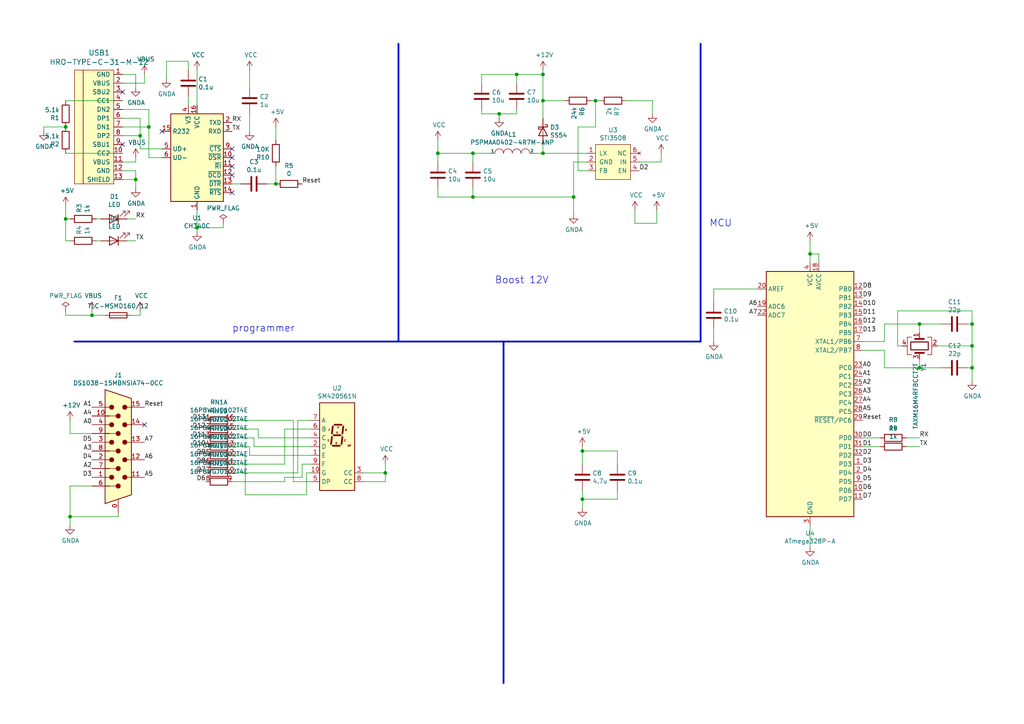
<source format=kicad_sch>
(kicad_sch (version 20230121) (generator eeschema)
  (paper "A4")
  (lib_symbols
    (symbol "0805:C" (pin_numbers hide) (pin_names (offset 0.254))
      (property "Reference" "C" (at 0.635 2.54 0))
      (property "Value" "C" (at 0.635 -2.54 0))
      (symbol "C_0_1"
        (polyline (pts (xy -2.032 -0.762) (xy 2.032 -0.762)) (stroke (width 0.508)))
        (polyline (pts (xy -2.032 0.762) (xy 2.032 0.762)) (stroke (width 0.508)))
      )
      (symbol "C_1_1"
        (pin passive line (at 0 3.81 270) (length 2.794) (name "~") (number "1"))
        (pin passive line (at 0 -3.81 90) (length 2.794) (name "~") (number "2"))
      )
    )
    (symbol "0805:LED" (pin_numbers hide) (pin_names (offset 1.016) hide)
      (property "Reference" "D" (at 0 2.54 0))
      (property "Value" "LED" (at 0 -2.54 0))
      (symbol "LED_0_1"
        (polyline (pts (xy -1.27 -1.27) (xy -1.27 1.27)) (stroke (width 0.254)))
        (polyline (pts (xy -1.27 0) (xy 1.27 0)))
        (polyline (pts (xy 1.27 -1.27) (xy 1.27 1.27) (xy -1.27 0) (xy 1.27 -1.27)) (stroke (width 0.254)))
        (polyline (pts (xy -3.048 -0.762) (xy -4.572 -2.286) (xy -3.81 -2.286) (xy -4.572 -2.286) (xy -4.572 -1.524)))
        (polyline (pts (xy -1.778 -0.762) (xy -3.302 -2.286) (xy -2.54 -2.286) (xy -3.302 -2.286) (xy -3.302 -1.524)))
      )
      (symbol "LED_1_1"
        (pin passive line (at -3.81 0 0) (length 2.54) (name "K") (number "1"))
        (pin passive line (at 3.81 0 180) (length 2.54) (name "A") (number "2"))
      )
    )
    (symbol "0805:R" (pin_numbers hide) (pin_names (offset 0))
      (property "Reference" "R" (at 2.032 0 90))
      (property "Value" "R" (at 0 0 90))
      (symbol "R_0_1"
        (rectangle (start -1.016 -2.54) (end 1.016 2.54) (stroke (width 0.254)))
      )
      (symbol "R_1_1"
        (pin passive line (at 0 3.81 270) (length 1.27) (name "~") (number "1"))
        (pin passive line (at 0 -3.81 90) (length 1.27) (name "~") (number "2"))
      )
    )
    (symbol "1_resouce:STI3508" (pin_names (offset 1.016))
      (property "Reference" "U" (at 0 -7.62 0))
      (property "Value" "STI3508" (at 0 7.62 0))
      (symbol "STI3508_0_1"
        (rectangle (start -5.08 -5.08) (end 5.08 5.08) (fill (type background)))
      )
      (symbol "STI3508_1_1"
        (pin power_out line (at -7.62 2.54 0) (length 2.54) (name "LX") (number "1"))
        (pin power_out line (at -7.62 0 0) (length 2.54) (name "GND") (number "2"))
        (pin input line (at -7.62 -2.54 0) (length 2.54) (name "FB") (number "3"))
        (pin input line (at 7.62 -2.54 180) (length 2.54) (name "EN") (number "4"))
        (pin power_in line (at 7.62 0 180) (length 2.54) (name "IN") (number "5"))
        (pin no_connect line (at 7.62 2.54 180) (length 2.54) (name "NC") (number "6"))
      )
    )
    (symbol "DB15_Switch-rescue:ATmega328P-A-MCU_Microchip_ATmega-final-project-rescue"
      (property "Reference" "U" (at -12.7 36.83 0))
      (property "Value" "ATmega328P-A-MCU_Microchip_ATmega-final-project-rescue" (at 2.54 -36.83 0))
      (symbol "ATmega328P-A-MCU_Microchip_ATmega-final-project-rescue_0_1"
        (rectangle (start -12.7 -35.56) (end 12.7 35.56) (stroke (width 0.254)) (fill (type background)))
      )
      (symbol "ATmega328P-A-MCU_Microchip_ATmega-final-project-rescue_1_1"
        (pin bidirectional line (at 15.24 -20.32 180) (length 2.54) (name "PD3") (number "1"))
        (pin bidirectional line (at 15.24 -27.94 180) (length 2.54) (name "PD6") (number "10"))
        (pin bidirectional line (at 15.24 -30.48 180) (length 2.54) (name "PD7") (number "11"))
        (pin bidirectional line (at 15.24 30.48 180) (length 2.54) (name "PB0") (number "12"))
        (pin bidirectional line (at 15.24 27.94 180) (length 2.54) (name "PB1") (number "13"))
        (pin bidirectional line (at 15.24 25.4 180) (length 2.54) (name "PB2") (number "14"))
        (pin bidirectional line (at 15.24 22.86 180) (length 2.54) (name "PB3") (number "15"))
        (pin bidirectional line (at 15.24 20.32 180) (length 2.54) (name "PB4") (number "16"))
        (pin bidirectional line (at 15.24 17.78 180) (length 2.54) (name "PB5") (number "17"))
        (pin power_in line (at 2.54 38.1 270) (length 2.54) (name "AVCC") (number "18"))
        (pin input line (at -15.24 25.4 0) (length 2.54) (name "ADC6") (number "19"))
        (pin bidirectional line (at 15.24 -22.86 180) (length 2.54) (name "PD4") (number "2"))
        (pin passive line (at -15.24 30.48 0) (length 2.54) (name "AREF") (number "20"))
        (pin passive line (at 0 -38.1 90) (length 2.54) hide (name "GND") (number "21"))
        (pin input line (at -15.24 22.86 0) (length 2.54) (name "ADC7") (number "22"))
        (pin bidirectional line (at 15.24 7.62 180) (length 2.54) (name "PC0") (number "23"))
        (pin bidirectional line (at 15.24 5.08 180) (length 2.54) (name "PC1") (number "24"))
        (pin bidirectional line (at 15.24 2.54 180) (length 2.54) (name "PC2") (number "25"))
        (pin bidirectional line (at 15.24 0 180) (length 2.54) (name "PC3") (number "26"))
        (pin bidirectional line (at 15.24 -2.54 180) (length 2.54) (name "PC4") (number "27"))
        (pin bidirectional line (at 15.24 -5.08 180) (length 2.54) (name "PC5") (number "28"))
        (pin bidirectional line (at 15.24 -7.62 180) (length 2.54) (name "~{RESET}/PC6") (number "29"))
        (pin power_in line (at 0 -38.1 90) (length 2.54) (name "GND") (number "3"))
        (pin bidirectional line (at 15.24 -12.7 180) (length 2.54) (name "PD0") (number "30"))
        (pin bidirectional line (at 15.24 -15.24 180) (length 2.54) (name "PD1") (number "31"))
        (pin bidirectional line (at 15.24 -17.78 180) (length 2.54) (name "PD2") (number "32"))
        (pin power_in line (at 0 38.1 270) (length 2.54) (name "VCC") (number "4"))
        (pin passive line (at 0 -38.1 90) (length 2.54) hide (name "GND") (number "5"))
        (pin passive line (at 0 38.1 270) (length 2.54) hide (name "VCC") (number "6"))
        (pin bidirectional line (at 15.24 15.24 180) (length 2.54) (name "XTAL1/PB6") (number "7"))
        (pin bidirectional line (at 15.24 12.7 180) (length 2.54) (name "XTAL2/PB7") (number "8"))
        (pin bidirectional line (at 15.24 -25.4 180) (length 2.54) (name "PD5") (number "9"))
      )
    )
    (symbol "DB15_Switch-rescue:Crystal_GND24-Resource" (pin_names (offset 1.016) hide)
      (property "Reference" "Y" (at 3.175 5.08 0))
      (property "Value" "Crystal_GND24-Resource" (at 3.175 3.175 0))
      (symbol "Crystal_GND24-Resource_0_1"
        (rectangle (start -1.143 2.54) (end 1.143 -2.54) (stroke (width 0.3048)))
        (polyline (pts (xy -2.54 0) (xy -2.032 0)))
        (polyline (pts (xy -2.032 -1.27) (xy -2.032 1.27)) (stroke (width 0.508)))
        (polyline (pts (xy 0 -3.81) (xy 0 -3.556)))
        (polyline (pts (xy 0 3.556) (xy 0 3.81)))
        (polyline (pts (xy 2.032 -1.27) (xy 2.032 1.27)) (stroke (width 0.508)))
        (polyline (pts (xy 2.032 0) (xy 2.54 0)))
        (polyline (pts (xy -2.54 -2.286) (xy -2.54 -3.556) (xy 2.54 -3.556) (xy 2.54 -2.286)))
        (polyline (pts (xy -2.54 2.286) (xy -2.54 3.556) (xy 2.54 3.556) (xy 2.54 2.286)))
      )
      (symbol "Crystal_GND24-Resource_1_1"
        (pin passive line (at -3.81 0 0) (length 1.27) (name "1") (number "1"))
        (pin passive line (at 0 5.08 270) (length 1.27) (name "2") (number "2"))
        (pin passive line (at 3.81 0 180) (length 1.27) (name "3") (number "3"))
        (pin passive line (at 0 -5.08 90) (length 1.27) (name "4") (number "4"))
      )
    )
    (symbol "DB15_Switch-rescue:DB15_Male_HighDensity_MountingHoles-Connector" (pin_names (offset 1.016) hide)
      (property "Reference" "J" (at 0 21.59 0))
      (property "Value" "Connector_DB15_Male_HighDensity_MountingHoles" (at 0 19.05 0))
      (symbol "DB15_Male_HighDensity_MountingHoles-Connector_0_1"
        (circle (center -1.905 -7.62) (radius 0.635) (fill (type outline)))
        (circle (center -1.905 -2.54) (radius 0.635) (fill (type outline)))
        (circle (center -1.905 2.54) (radius 0.635) (fill (type outline)))
        (circle (center -1.905 7.62) (radius 0.635) (fill (type outline)))
        (circle (center -1.905 12.7) (radius 0.635) (fill (type outline)))
        (circle (center 0 -10.16) (radius 0.635) (fill (type outline)))
        (circle (center 0 -5.08) (radius 0.635) (fill (type outline)))
        (polyline (pts (xy -3.175 -5.08) (xy -0.635 -5.08)))
        (polyline (pts (xy -0.635 -10.16) (xy -3.175 -10.16)))
        (polyline (pts (xy -0.635 0) (xy -3.175 0)))
        (polyline (pts (xy -0.635 5.08) (xy -3.175 5.08)))
        (polyline (pts (xy -0.635 10.16) (xy -3.175 10.16)))
        (polyline (pts (xy -3.81 17.78) (xy -3.81 -15.24) (xy 3.81 -12.7) (xy 3.81 15.24) (xy -3.81 17.78)) (stroke (width 0.254)) (fill (type background)))
        (circle (center 0 0) (radius 0.635) (fill (type outline)))
        (circle (center 0 5.08) (radius 0.635) (fill (type outline)))
        (circle (center 0 10.16) (radius 0.635) (fill (type outline)))
        (circle (center 1.905 -7.62) (radius 0.635) (fill (type outline)))
        (circle (center 1.905 -2.54) (radius 0.635) (fill (type outline)))
        (circle (center 1.905 2.54) (radius 0.635) (fill (type outline)))
        (circle (center 1.905 7.62) (radius 0.635) (fill (type outline)))
        (circle (center 1.905 12.7) (radius 0.635) (fill (type outline)))
      )
      (symbol "DB15_Male_HighDensity_MountingHoles-Connector_1_1"
        (pin passive line (at 0 -17.78 90) (length 3.81) (name "~") (number "0"))
        (pin passive line (at -7.62 -7.62 0) (length 5.08) (name "~") (number "1"))
        (pin passive line (at -7.62 10.16 0) (length 5.08) (name "~") (number "10"))
        (pin passive line (at 7.62 -7.62 180) (length 5.08) (name "~") (number "11"))
        (pin passive line (at 7.62 -2.54 180) (length 5.08) (name "~") (number "12"))
        (pin passive line (at 7.62 2.54 180) (length 5.08) (name "~") (number "13"))
        (pin passive line (at 7.62 7.62 180) (length 5.08) (name "~") (number "14"))
        (pin passive line (at 7.62 12.7 180) (length 5.08) (name "~") (number "15"))
        (pin passive line (at -7.62 -2.54 0) (length 5.08) (name "~") (number "2"))
        (pin passive line (at -7.62 2.54 0) (length 5.08) (name "~") (number "3"))
        (pin passive line (at -7.62 7.62 0) (length 5.08) (name "~") (number "4"))
        (pin passive line (at -7.62 12.7 0) (length 5.08) (name "~") (number "5"))
        (pin passive line (at -7.62 -10.16 0) (length 5.08) (name "~") (number "6"))
        (pin passive line (at -7.62 -5.08 0) (length 5.08) (name "~") (number "7"))
        (pin passive line (at -7.62 0 0) (length 5.08) (name "~") (number "8"))
        (pin passive line (at -7.62 5.08 0) (length 5.08) (name "~") (number "9"))
      )
    )
    (symbol "DB15_Switch-rescue:HRO-TYPE-C-31-M-12-Type-C" (pin_names (offset 1.016))
      (property "Reference" "USB" (at -5.08 16.51 0))
      (property "Value" "Type-C_HRO-TYPE-C-31-M-12" (at -10.16 -1.27 90))
      (symbol "HRO-TYPE-C-31-M-12-Type-C_0_1"
        (rectangle (start -11.43 15.24) (end -8.89 -17.78) (fill (type background)))
        (rectangle (start 0 -17.78) (end -8.89 15.24) (fill (type background)))
      )
      (symbol "HRO-TYPE-C-31-M-12-Type-C_1_1"
        (pin input line (at 2.54 13.97 180) (length 2.54) (name "GND") (number "1"))
        (pin input line (at 2.54 -8.89 180) (length 2.54) (name "CC2") (number "10"))
        (pin input line (at 2.54 -11.43 180) (length 2.54) (name "VBUS") (number "11"))
        (pin input line (at 2.54 -13.97 180) (length 2.54) (name "GND") (number "12"))
        (pin input line (at 2.54 -16.51 180) (length 2.54) (name "SHIELD") (number "13"))
        (pin input line (at 2.54 11.43 180) (length 2.54) (name "VBUS") (number "2"))
        (pin input line (at 2.54 8.89 180) (length 2.54) (name "SBU2") (number "3"))
        (pin input line (at 2.54 6.35 180) (length 2.54) (name "CC1") (number "4"))
        (pin input line (at 2.54 3.81 180) (length 2.54) (name "DN2") (number "5"))
        (pin input line (at 2.54 1.27 180) (length 2.54) (name "DP1") (number "6"))
        (pin input line (at 2.54 -1.27 180) (length 2.54) (name "DN1") (number "7"))
        (pin input line (at 2.54 -3.81 180) (length 2.54) (name "DP2") (number "8"))
        (pin input line (at 2.54 -6.35 180) (length 2.54) (name "SBU1") (number "9"))
      )
    )
    (symbol "DB15_Switch-rescue:INDUCTOR-pspice" (pin_numbers hide) (pin_names (offset 0))
      (property "Reference" "L" (at 0 2.54 0))
      (property "Value" "pspice_INDUCTOR" (at 0 -1.27 0))
      (symbol "INDUCTOR-pspice_0_1"
        (arc (start -2.54 0) (mid -3.81 1.2645) (end -5.08 0))
        (arc (start 0 0) (mid -1.27 1.2645) (end -2.54 0))
        (arc (start 2.54 0) (mid 1.27 1.2645) (end 0 0))
        (arc (start 5.08 0) (mid 3.81 1.2645) (end 2.54 0))
      )
      (symbol "INDUCTOR-pspice_1_1"
        (pin input line (at -6.35 0 0) (length 1.27) (name "1") (number "1"))
        (pin input line (at 6.35 0 180) (length 1.27) (name "2") (number "2"))
      )
    )
    (symbol "Device:D_Schottky" (pin_numbers hide) (pin_names (offset 1.016) hide)
      (property "Reference" "D" (at 0 2.54 0))
      (property "Value" "D_Schottky" (at 0 -2.54 0))
      (symbol "D_Schottky_0_1"
        (polyline (pts (xy 1.27 0) (xy -1.27 0)))
        (polyline (pts (xy 1.27 1.27) (xy 1.27 -1.27) (xy -1.27 0) (xy 1.27 1.27)) (stroke (width 0.254)))
        (polyline (pts (xy -1.905 0.635) (xy -1.905 1.27) (xy -1.27 1.27) (xy -1.27 -1.27) (xy -0.635 -1.27) (xy -0.635 -0.635)) (stroke (width 0.254)))
      )
      (symbol "D_Schottky_1_1"
        (pin passive line (at -3.81 0 0) (length 2.54) (name "K") (number "1"))
        (pin passive line (at 3.81 0 180) (length 2.54) (name "A") (number "2"))
      )
    )
    (symbol "Device:Fuse" (pin_numbers hide) (pin_names (offset 0))
      (property "Reference" "F" (at 2.032 0 90))
      (property "Value" "Fuse" (at -1.905 0 90))
      (symbol "Fuse_0_1"
        (rectangle (start -0.762 -2.54) (end 0.762 2.54) (stroke (width 0.254)))
        (polyline (pts (xy 0 2.54) (xy 0 -2.54)))
      )
      (symbol "Fuse_1_1"
        (pin passive line (at 0 3.81 270) (length 1.27) (name "~") (number "1"))
        (pin passive line (at 0 -3.81 90) (length 1.27) (name "~") (number "2"))
      )
    )
    (symbol "Device:R" (pin_numbers hide) (pin_names (offset 0))
      (property "Reference" "R" (at 2.032 0 90))
      (property "Value" "R" (at 0 0 90))
      (symbol "R_0_1"
        (rectangle (start -1.016 -2.54) (end 1.016 2.54) (stroke (width 0.254)))
      )
      (symbol "R_1_1"
        (pin passive line (at 0 3.81 270) (length 1.27) (name "~") (number "1"))
        (pin passive line (at 0 -3.81 90) (length 1.27) (name "~") (number "2"))
      )
    )
    (symbol "Device:R_Pack08_Split" (pin_names (offset 0) hide)
      (property "Reference" "RN" (at 2.032 0 90))
      (property "Value" "R_Pack08_Split" (at 0 0 90))
      (symbol "R_Pack08_Split_0_1"
        (rectangle (start 1.016 2.54) (end -1.016 -2.54) (stroke (width 0.254)))
      )
      (symbol "R_Pack08_Split_1_1"
        (pin passive line (at 0 -3.81 90) (length 1.27) (name "R1.1") (number "1"))
        (pin passive line (at 0 3.81 270) (length 1.27) (name "R1.2") (number "16"))
      )
      (symbol "R_Pack08_Split_2_1"
        (pin passive line (at 0 3.81 270) (length 1.27) (name "R2.2") (number "15"))
        (pin passive line (at 0 -3.81 90) (length 1.27) (name "R2.1") (number "2"))
      )
      (symbol "R_Pack08_Split_3_1"
        (pin passive line (at 0 3.81 270) (length 1.27) (name "R3.2") (number "14"))
        (pin passive line (at 0 -3.81 90) (length 1.27) (name "R3.1") (number "3"))
      )
      (symbol "R_Pack08_Split_4_1"
        (pin passive line (at 0 3.81 270) (length 1.27) (name "R4.2") (number "13"))
        (pin passive line (at 0 -3.81 90) (length 1.27) (name "R4.1") (number "4"))
      )
      (symbol "R_Pack08_Split_5_1"
        (pin passive line (at 0 3.81 270) (length 1.27) (name "R5.2") (number "12"))
        (pin passive line (at 0 -3.81 90) (length 1.27) (name "R5.1") (number "5"))
      )
      (symbol "R_Pack08_Split_6_1"
        (pin passive line (at 0 3.81 270) (length 1.27) (name "R6.2") (number "11"))
        (pin passive line (at 0 -3.81 90) (length 1.27) (name "R6.1") (number "6"))
      )
      (symbol "R_Pack08_Split_7_1"
        (pin passive line (at 0 3.81 270) (length 1.27) (name "R7.2") (number "10"))
        (pin passive line (at 0 -3.81 90) (length 1.27) (name "R7.1") (number "7"))
      )
      (symbol "R_Pack08_Split_8_1"
        (pin passive line (at 0 -3.81 90) (length 1.27) (name "R8.1") (number "8"))
        (pin passive line (at 0 3.81 270) (length 1.27) (name "R8.2") (number "9"))
      )
    )
    (symbol "Display_Character:SM420561N"
      (property "Reference" "U" (at -2.54 13.97 0))
      (property "Value" "SM420561N" (at 1.27 13.97 0))
      (symbol "SM420561N_0_0"
        (text "A" (at 0.254 5.588 0) (effects (font (size 0.508 0.508))))
        (text "B" (at 2.54 4.826 0) (effects (font (size 0.508 0.508))))
        (text "C" (at 2.286 1.778 0) (effects (font (size 0.508 0.508))))
        (text "D" (at -0.254 1.016 0) (effects (font (size 0.508 0.508))))
        (text "DP" (at 3.556 0.254 0) (effects (font (size 0.508 0.508))))
        (text "E" (at -2.54 1.778 0) (effects (font (size 0.508 0.508))))
        (text "F" (at -2.286 4.826 0) (effects (font (size 0.508 0.508))))
        (text "G" (at 0 4.064 0) (effects (font (size 0.508 0.508))))
      )
      (symbol "SM420561N_0_1"
        (rectangle (start -5.08 12.7) (end 5.08 -12.7) (stroke (width 0.254)) (fill (type background)))
        (polyline (pts (xy -1.524 2.794) (xy -1.778 0.762)) (stroke (width 0.508)))
        (polyline (pts (xy -1.27 0.254) (xy 0.762 0.254)) (stroke (width 0.508)))
        (polyline (pts (xy -1.27 5.842) (xy -1.524 3.81)) (stroke (width 0.508)))
        (polyline (pts (xy -1.016 3.302) (xy 1.016 3.302)) (stroke (width 0.508)))
        (polyline (pts (xy -0.762 6.35) (xy 1.27 6.35)) (stroke (width 0.508)))
        (polyline (pts (xy 1.524 2.794) (xy 1.27 0.762)) (stroke (width 0.508)))
        (polyline (pts (xy 1.778 5.842) (xy 1.524 3.81)) (stroke (width 0.508)))
        (polyline (pts (xy 2.54 0.254) (xy 2.54 0.254)) (stroke (width 0.508)))
      )
      (symbol "SM420561N_1_1"
        (pin input line (at -7.62 -2.54 0) (length 2.54) (name "E") (number "1"))
        (pin input line (at -7.62 -7.62 0) (length 2.54) (name "G") (number "10"))
        (pin input line (at -7.62 0 0) (length 2.54) (name "D") (number "2"))
        (pin input line (at 7.62 -7.62 180) (length 2.54) (name "CC") (number "3"))
        (pin input line (at -7.62 2.54 0) (length 2.54) (name "C") (number "4"))
        (pin input line (at -7.62 -10.16 0) (length 2.54) (name "DP") (number "5"))
        (pin input line (at -7.62 5.08 0) (length 2.54) (name "B") (number "6"))
        (pin input line (at -7.62 7.62 0) (length 2.54) (name "A") (number "7"))
        (pin input line (at 7.62 -10.16 180) (length 2.54) (name "CC") (number "8"))
        (pin input line (at -7.62 -5.08 0) (length 2.54) (name "F") (number "9"))
      )
    )
    (symbol "Interface_USB:CH340C"
      (property "Reference" "U" (at -5.08 13.97 0))
      (property "Value" "CH340C" (at 1.27 13.97 0))
      (symbol "CH340C_0_1"
        (rectangle (start -7.62 12.7) (end 7.62 -12.7) (stroke (width 0.254)) (fill (type background)))
      )
      (symbol "CH340C_1_1"
        (pin power_in line (at 0 -15.24 90) (length 2.54) (name "GND") (number "1"))
        (pin input line (at 10.16 0 180) (length 2.54) (name "~{DSR}") (number "10"))
        (pin input line (at 10.16 -2.54 180) (length 2.54) (name "~{RI}") (number "11"))
        (pin input line (at 10.16 -5.08 180) (length 2.54) (name "~{DCD}") (number "12"))
        (pin output line (at 10.16 -7.62 180) (length 2.54) (name "~{DTR}") (number "13"))
        (pin output line (at 10.16 -10.16 180) (length 2.54) (name "~{RTS}") (number "14"))
        (pin input line (at -10.16 7.62 0) (length 2.54) (name "R232") (number "15"))
        (pin power_in line (at 0 15.24 270) (length 2.54) (name "VCC") (number "16"))
        (pin output line (at 10.16 10.16 180) (length 2.54) (name "TXD") (number "2"))
        (pin input line (at 10.16 7.62 180) (length 2.54) (name "RXD") (number "3"))
        (pin passive line (at -2.54 15.24 270) (length 2.54) (name "V3") (number "4"))
        (pin bidirectional line (at -10.16 2.54 0) (length 2.54) (name "UD+") (number "5"))
        (pin bidirectional line (at -10.16 0 0) (length 2.54) (name "UD-") (number "6"))
        (pin no_connect line (at -7.62 -7.62 0) (length 2.54) hide (name "NC") (number "7"))
        (pin no_connect line (at -7.62 -10.16 0) (length 2.54) hide (name "NC") (number "8"))
        (pin input line (at 10.16 2.54 180) (length 2.54) (name "~{CTS}") (number "9"))
      )
    )
    (symbol "power:+12V" (power) (pin_names (offset 0))
      (property "Value" "+12V" (at 0 3.556 0))
      (symbol "+12V_0_1"
        (polyline (pts (xy -0.762 1.27) (xy 0 2.54)))
        (polyline (pts (xy 0 0) (xy 0 2.54)))
        (polyline (pts (xy 0 2.54) (xy 0.762 1.27)))
      )
      (symbol "+12V_1_1"
        (pin power_in line (at 0 0 90) (length 0) hide (name "+12V") (number "1"))
      )
    )
    (symbol "power:+5V" (power) (pin_names (offset 0))
      (property "Value" "+5V" (at 0 3.556 0))
      (symbol "+5V_0_1"
        (polyline (pts (xy -0.762 1.27) (xy 0 2.54)))
        (polyline (pts (xy 0 0) (xy 0 2.54)))
        (polyline (pts (xy 0 2.54) (xy 0.762 1.27)))
      )
      (symbol "+5V_1_1"
        (pin power_in line (at 0 0 90) (length 0) hide (name "+5V") (number "1"))
      )
    )
    (symbol "power:GNDA" (power) (pin_names (offset 0))
      (property "Value" "GNDA" (at 0 -3.81 0))
      (symbol "GNDA_0_1"
        (polyline (pts (xy 0 0) (xy 0 -1.27) (xy 1.27 -1.27) (xy 0 -2.54) (xy -1.27 -1.27) (xy 0 -1.27)))
      )
      (symbol "GNDA_1_1"
        (pin power_in line (at 0 0 270) (length 0) hide (name "GNDA") (number "1"))
      )
    )
    (symbol "power:PWR_FLAG" (power) (pin_numbers hide) (pin_names (offset 0) hide)
      (property "Value" "PWR_FLAG" (at 0 3.81 0))
      (symbol "PWR_FLAG_0_0"
        (pin power_out line (at 0 0 90) (length 0) (name "pwr") (number "1"))
      )
      (symbol "PWR_FLAG_0_1"
        (polyline (pts (xy 0 0) (xy 0 1.27) (xy -1.016 1.905) (xy 0 2.54) (xy 1.016 1.905) (xy 0 1.27)))
      )
    )
    (symbol "power:VBUS" (power) (pin_names (offset 0))
      (property "Value" "VBUS" (at 0 3.81 0))
      (symbol "VBUS_0_1"
        (polyline (pts (xy -0.762 1.27) (xy 0 2.54)))
        (polyline (pts (xy 0 0) (xy 0 2.54)))
        (polyline (pts (xy 0 2.54) (xy 0.762 1.27)))
      )
      (symbol "VBUS_1_1"
        (pin power_in line (at 0 0 90) (length 0) hide (name "VBUS") (number "1"))
      )
    )
    (symbol "power:VCC" (power) (pin_names (offset 0))
      (property "Value" "VCC" (at 0 3.81 0))
      (symbol "VCC_0_1"
        (polyline (pts (xy -0.762 1.27) (xy 0 2.54)))
        (polyline (pts (xy 0 0) (xy 0 2.54)))
        (polyline (pts (xy 0 2.54) (xy 0.762 1.27)))
      )
      (symbol "VCC_1_1"
        (pin power_in line (at 0 0 90) (length 0) hide (name "VCC") (number "1"))
      )
    )
  )
  (junction (at 80.01 53.34))
  (junction (at 19.05 36.83))
  (junction (at 168.91 144.78))
  (junction (at 281.94 106.68))
  (junction (at 281.94 100.33))
  (junction (at 39.37 52.07))
  (junction (at 127 44.45))
  (junction (at 234.95 73.66))
  (junction (at 281.94 93.98))
  (junction (at 157.48 29.21))
  (junction (at 19.05 63.5))
  (junction (at 111.76 137.16))
  (junction (at 172.72 29.21))
  (junction (at 43.18 36.83))
  (junction (at 266.7 106.68))
  (junction (at 137.16 57.15))
  (junction (at 168.91 130.81))
  (junction (at 144.78 33.02))
  (junction (at 40.64 39.37))
  (junction (at 26.67 91.44))
  (junction (at 266.7 93.98))
  (junction (at 57.15 66.04))
  (junction (at 157.48 21.59))
  (junction (at 166.37 57.15))
  (junction (at 157.48 44.45))
  (junction (at 137.16 44.45))
  (junction (at 20.32 149.86))
  (junction (at 149.86 21.59))
  (no_connect (at 67.31 55.88))
  (no_connect (at 35.56 26.67))
  (no_connect (at 46.99 38.1))
  (no_connect (at 67.31 50.8))
  (no_connect (at 67.31 45.72))
  (no_connect (at 67.31 48.26))
  (no_connect (at 67.31 43.18))
  (no_connect (at 41.91 123.19))
  (no_connect (at 35.56 41.91))
  (wire (pts (xy 41.91 24.13) (xy 35.56 24.13)))
  (wire (pts (xy 35.56 36.83) (xy 43.18 36.83)))
  (wire (pts (xy 149.86 21.59) (xy 139.7 21.59)))
  (wire (pts (xy 166.37 57.15) (xy 166.37 62.23)))
  (wire (pts (xy 111.76 139.7) (xy 105.41 139.7)))
  (wire (pts (xy 167.64 36.83) (xy 167.64 49.53)))
  (wire (pts (xy 139.7 31.75) (xy 139.7 33.02)))
  (wire (pts (xy 35.56 52.07) (xy 39.37 52.07)))
  (wire (pts (xy 234.95 73.66) (xy 234.95 76.2)))
  (wire (pts (xy 27.94 63.5) (xy 29.21 63.5)))
  (wire (pts (xy 90.17 139.7) (xy 85.09 139.7)))
  (wire (pts (xy 39.37 45.72) (xy 39.37 46.99)))
  (wire (pts (xy 73.66 129.54) (xy 90.17 129.54)))
  (wire (pts (xy 137.16 54.61) (xy 137.16 57.15)))
  (wire (pts (xy 127 54.61) (xy 127 57.15)))
  (wire (pts (xy 189.23 29.21) (xy 189.23 33.02)))
  (wire (pts (xy 168.91 142.24) (xy 168.91 144.78)))
  (wire (pts (xy 144.78 33.02) (xy 149.86 33.02)))
  (wire (pts (xy 20.32 149.86) (xy 20.32 140.97)))
  (wire (pts (xy 80.01 48.26) (xy 80.01 53.34)))
  (wire (pts (xy 207.01 87.63) (xy 207.01 83.82)))
  (wire (pts (xy 43.18 45.72) (xy 46.99 45.72)))
  (wire (pts (xy 127 40.64) (xy 127 44.45)))
  (wire (pts (xy 88.9 143.51) (xy 88.9 137.16)))
  (wire (pts (xy 168.91 130.81) (xy 179.07 130.81)))
  (wire (pts (xy 74.93 127) (xy 74.93 124.46)))
  (wire (pts (xy 127 44.45) (xy 137.16 44.45)))
  (wire (pts (xy 39.37 52.07) (xy 39.37 49.53)))
  (wire (pts (xy 40.64 39.37) (xy 40.64 34.29)))
  (wire (pts (xy 39.37 49.53) (xy 35.56 49.53)))
  (wire (pts (xy 82.55 139.7) (xy 82.55 138.43)))
  (wire (pts (xy 82.55 138.43) (xy 87.63 138.43)))
  (wire (pts (xy 85.09 121.92) (xy 67.31 121.92)))
  (wire (pts (xy 54.61 17.78) (xy 54.61 20.32)))
  (wire (pts (xy 157.48 41.91) (xy 157.48 44.45)))
  (wire (pts (xy 179.07 130.81) (xy 179.07 134.62)))
  (wire (pts (xy 19.05 63.5) (xy 19.05 59.69)))
  (wire (pts (xy 90.17 132.08) (xy 72.39 132.08)))
  (wire (pts (xy 139.7 21.59) (xy 139.7 24.13)))
  (wire (pts (xy 191.77 44.45) (xy 191.77 46.99)))
  (wire (pts (xy 64.77 66.04) (xy 57.15 66.04)))
  (wire (pts (xy 67.31 134.62) (xy 82.55 134.62)))
  (wire (pts (xy 105.41 137.16) (xy 111.76 137.16)))
  (wire (pts (xy 82.55 134.62) (xy 82.55 124.46)))
  (wire (pts (xy 72.39 20.32) (xy 72.39 25.4)))
  (wire (pts (xy 256.54 99.06) (xy 256.54 93.98)))
  (wire (pts (xy 168.91 130.81) (xy 168.91 134.62)))
  (wire (pts (xy 127 57.15) (xy 137.16 57.15)))
  (wire (pts (xy 266.7 93.98) (xy 273.05 93.98)))
  (wire (pts (xy 234.95 69.85) (xy 234.95 73.66)))
  (wire (pts (xy 86.36 137.16) (xy 86.36 121.92)))
  (wire (pts (xy 39.37 25.4) (xy 39.37 21.59)))
  (wire (pts (xy 281.94 100.33) (xy 281.94 106.68)))
  (wire (pts (xy 74.93 124.46) (xy 67.31 124.46)))
  (wire (pts (xy 26.67 91.44) (xy 30.48 91.44)))
  (wire (pts (xy 137.16 46.99) (xy 137.16 44.45)))
  (wire (pts (xy 86.36 121.92) (xy 90.17 121.92)))
  (wire (pts (xy 172.72 29.21) (xy 173.99 29.21)))
  (wire (pts (xy 260.35 100.33) (xy 260.35 90.17)))
  (wire (pts (xy 281.94 90.17) (xy 281.94 93.98)))
  (wire (pts (xy 237.49 73.66) (xy 237.49 76.2)))
  (wire (pts (xy 256.54 101.6) (xy 250.19 101.6)))
  (wire (pts (xy 168.91 129.54) (xy 168.91 130.81)))
  (wire (pts (xy 48.26 17.78) (xy 54.61 17.78)))
  (wire (pts (xy 20.32 121.92) (xy 20.32 125.73)))
  (wire (pts (xy 256.54 106.68) (xy 266.7 106.68)))
  (wire (pts (xy 166.37 46.99) (xy 166.37 57.15)))
  (wire (pts (xy 40.64 90.17) (xy 40.64 91.44)))
  (wire (pts (xy 46.99 43.18) (xy 40.64 43.18)))
  (wire (pts (xy 40.64 43.18) (xy 40.64 39.37)))
  (wire (pts (xy 266.7 104.14) (xy 266.7 106.68)))
  (wire (pts (xy 260.35 90.17) (xy 281.94 90.17)))
  (wire (pts (xy 88.9 143.51) (xy 71.12 143.51)))
  (wire (pts (xy 262.89 129.54) (xy 266.7 129.54)))
  (wire (pts (xy 39.37 21.59) (xy 35.56 21.59)))
  (wire (pts (xy 157.48 21.59) (xy 157.48 29.21)))
  (wire (pts (xy 71.12 143.51) (xy 71.12 132.08)))
  (wire (pts (xy 181.61 29.21) (xy 189.23 29.21)))
  (wire (pts (xy 36.83 63.5) (xy 39.37 63.5)))
  (wire (pts (xy 234.95 73.66) (xy 237.49 73.66)))
  (wire (pts (xy 57.15 20.32) (xy 57.15 30.48)))
  (wire (pts (xy 12.7 38.1) (xy 12.7 36.83)))
  (wire (pts (xy 185.42 46.99) (xy 191.77 46.99)))
  (wire (pts (xy 157.48 29.21) (xy 157.48 34.29)))
  (wire (pts (xy 85.09 139.7) (xy 85.09 121.92)))
  (polyline (pts (xy 203.2 12.7) (xy 203.2 99.06)) (stroke (width 0.508)))
  (wire (pts (xy 87.63 134.62) (xy 90.17 134.62)))
  (wire (pts (xy 266.7 106.68) (xy 273.05 106.68)))
  (wire (pts (xy 39.37 46.99) (xy 35.56 46.99)))
  (wire (pts (xy 157.48 44.45) (xy 170.18 44.45)))
  (wire (pts (xy 69.85 53.34) (xy 67.31 53.34)))
  (wire (pts (xy 67.31 127) (xy 73.66 127)))
  (wire (pts (xy 137.16 57.15) (xy 166.37 57.15)))
  (wire (pts (xy 72.39 129.54) (xy 67.31 129.54)))
  (wire (pts (xy 80.01 36.83) (xy 80.01 40.64)))
  (wire (pts (xy 262.89 127) (xy 266.7 127)))
  (wire (pts (xy 170.18 46.99) (xy 166.37 46.99)))
  (wire (pts (xy 157.48 20.32) (xy 157.48 21.59)))
  (wire (pts (xy 168.91 144.78) (xy 168.91 147.32)))
  (wire (pts (xy 41.91 21.59) (xy 41.91 24.13)))
  (wire (pts (xy 281.94 106.68) (xy 281.94 110.49)))
  (wire (pts (xy 87.63 138.43) (xy 87.63 134.62)))
  (wire (pts (xy 57.15 60.96) (xy 57.15 66.04)))
  (wire (pts (xy 281.94 106.68) (xy 280.67 106.68)))
  (wire (pts (xy 72.39 132.08) (xy 72.39 129.54)))
  (wire (pts (xy 111.76 134.62) (xy 111.76 137.16)))
  (wire (pts (xy 179.07 144.78) (xy 179.07 142.24)))
  (polyline (pts (xy 115.57 12.7) (xy 115.57 99.06)) (stroke (width 0.508)))
  (wire (pts (xy 20.32 140.97) (xy 26.67 140.97)))
  (wire (pts (xy 157.48 21.59) (xy 149.86 21.59)))
  (wire (pts (xy 35.56 31.75) (xy 43.18 31.75)))
  (wire (pts (xy 111.76 137.16) (xy 111.76 139.7)))
  (wire (pts (xy 20.32 149.86) (xy 34.29 149.86)))
  (wire (pts (xy 168.91 144.78) (xy 179.07 144.78)))
  (wire (pts (xy 171.45 29.21) (xy 172.72 29.21)))
  (wire (pts (xy 35.56 39.37) (xy 40.64 39.37)))
  (polyline (pts (xy 21.59 99.06) (xy 203.2 99.06)) (stroke (width 0.508)))
  (wire (pts (xy 82.55 124.46) (xy 90.17 124.46)))
  (wire (pts (xy 260.35 100.33) (xy 261.62 100.33)))
  (wire (pts (xy 207.01 99.06) (xy 207.01 95.25)))
  (wire (pts (xy 77.47 53.34) (xy 80.01 53.34)))
  (wire (pts (xy 137.16 44.45) (xy 142.24 44.45)))
  (wire (pts (xy 20.32 125.73) (xy 26.67 125.73)))
  (wire (pts (xy 36.83 69.85) (xy 39.37 69.85)))
  (wire (pts (xy 20.32 152.4) (xy 20.32 149.86)))
  (wire (pts (xy 280.67 93.98) (xy 281.94 93.98)))
  (wire (pts (xy 256.54 106.68) (xy 256.54 101.6)))
  (wire (pts (xy 88.9 137.16) (xy 90.17 137.16)))
  (wire (pts (xy 184.15 60.96) (xy 184.15 64.77)))
  (wire (pts (xy 149.86 33.02) (xy 149.86 31.75)))
  (wire (pts (xy 67.31 139.7) (xy 82.55 139.7)))
  (wire (pts (xy 271.78 100.33) (xy 281.94 100.33)))
  (wire (pts (xy 54.61 27.94) (xy 54.61 30.48)))
  (wire (pts (xy 127 46.99) (xy 127 44.45)))
  (wire (pts (xy 57.15 66.04) (xy 57.15 67.31)))
  (wire (pts (xy 43.18 31.75) (xy 43.18 36.83)))
  (wire (pts (xy 255.27 129.54) (xy 250.19 129.54)))
  (wire (pts (xy 234.95 158.75) (xy 234.95 152.4)))
  (wire (pts (xy 157.48 29.21) (xy 163.83 29.21)))
  (wire (pts (xy 19.05 91.44) (xy 26.67 91.44)))
  (wire (pts (xy 19.05 69.85) (xy 20.32 69.85)))
  (wire (pts (xy 139.7 33.02) (xy 144.78 33.02)))
  (polyline (pts (xy 146.05 198.12) (xy 146.05 99.06)) (stroke (width 0.508)))
  (wire (pts (xy 154.94 44.45) (xy 157.48 44.45)))
  (wire (pts (xy 27.94 69.85) (xy 29.21 69.85)))
  (wire (pts (xy 149.86 21.59) (xy 149.86 24.13)))
  (wire (pts (xy 43.18 36.83) (xy 43.18 45.72)))
  (wire (pts (xy 19.05 29.21) (xy 35.56 29.21)))
  (wire (pts (xy 73.66 127) (xy 73.66 129.54)))
  (wire (pts (xy 172.72 29.21) (xy 172.72 36.83)))
  (wire (pts (xy 71.12 132.08) (xy 67.31 132.08)))
  (wire (pts (xy 281.94 93.98) (xy 281.94 100.33)))
  (wire (pts (xy 40.64 91.44) (xy 38.1 91.44)))
  (wire (pts (xy 20.32 63.5) (xy 19.05 63.5)))
  (wire (pts (xy 207.01 83.82) (xy 219.71 83.82)))
  (wire (pts (xy 12.7 36.83) (xy 19.05 36.83)))
  (wire (pts (xy 34.29 149.86) (xy 34.29 148.59)))
  (wire (pts (xy 40.64 34.29) (xy 35.56 34.29)))
  (wire (pts (xy 19.05 44.45) (xy 35.56 44.45)))
  (wire (pts (xy 64.77 64.77) (xy 64.77 66.04)))
  (wire (pts (xy 144.78 33.02) (xy 144.78 34.29)))
  (wire (pts (xy 266.7 96.52) (xy 266.7 93.98)))
  (wire (pts (xy 167.64 49.53) (xy 170.18 49.53)))
  (wire (pts (xy 250.19 99.06) (xy 256.54 99.06)))
  (wire (pts (xy 39.37 54.61) (xy 39.37 52.07)))
  (wire (pts (xy 255.27 127) (xy 250.19 127)))
  (wire (pts (xy 48.26 22.86) (xy 48.26 17.78)))
  (wire (pts (xy 172.72 36.83) (xy 167.64 36.83)))
  (wire (pts (xy 19.05 90.17) (xy 19.05 91.44)))
  (wire (pts (xy 72.39 33.02) (xy 72.39 38.1)))
  (wire (pts (xy 67.31 137.16) (xy 86.36 137.16)))
  (wire (pts (xy 90.17 127) (xy 74.93 127)))
  (wire (pts (xy 184.15 64.77) (xy 190.5 64.77)))
  (wire (pts (xy 26.67 90.17) (xy 26.67 91.44)))
  (wire (pts (xy 19.05 63.5) (xy 19.05 69.85)))
  (wire (pts (xy 256.54 93.98) (xy 266.7 93.98)))
  (wire (pts (xy 190.5 64.77) (xy 190.5 60.96)))
  (text "Boost 12V\n" (at 143.51 82.55 0) (effects (font (size 2.0066 2.0066)) (justify left bottom)))
  (text "MCU\n" (at 205.74 66.04 0) (effects (font (size 2.0066 2.0066)) (justify left bottom)))
  (text "programmer\n" (at 67.31 96.52 0) (effects (font (size 2.0066 2.0066)) (justify left bottom)))
  (label "D13" (at 59.69 121.92 180))
  (label "D5" (at 250.19 139.7 0))
  (label "D8" (at 250.19 83.82 0))
  (label "RX" (at 39.37 63.5 0))
  (label "D11" (at 59.69 127 180))
  (label "D3" (at 26.67 138.43 180))
  (label "Reset" (at 87.63 53.34 0))
  (label "A2" (at 250.19 111.76 0))
  (label "D10" (at 250.19 88.9 0))
  (label "D12" (at 250.19 93.98 0))
  (label "TX" (at 67.31 38.1 0))
  (label "A2" (at 26.67 135.89 180))
  (label "D10" (at 59.69 129.54 180))
  (label "A7" (at 41.91 128.27 0))
  (label "A5" (at 250.19 119.38 0))
  (label "D7" (at 59.69 137.16 180))
  (label "A3" (at 250.19 114.3 0))
  (label "A7" (at 219.71 91.44 180))
  (label "D8" (at 59.69 134.62 180))
  (label "RX" (at 67.31 35.56 0))
  (label "D6" (at 59.69 139.7 180))
  (label "Reset" (at 41.91 118.11 0))
  (label "D9" (at 250.19 86.36 0))
  (label "A1" (at 250.19 109.22 0))
  (label "D13" (at 250.19 96.52 0))
  (label "D2" (at 250.19 132.08 0))
  (label "A3" (at 26.67 130.81 180))
  (label "A5" (at 41.91 138.43 0))
  (label "TX" (at 266.7 129.54 0))
  (label "D9" (at 59.69 132.08 180))
  (label "D3" (at 250.19 134.62 0))
  (label "TX" (at 39.37 69.85 0))
  (label "D1" (at 250.19 129.54 0))
  (label "D4" (at 26.67 133.35 180))
  (label "A6" (at 219.71 88.9 180))
  (label "A1" (at 26.67 118.11 180))
  (label "D5" (at 26.67 128.27 180))
  (label "D11" (at 250.19 91.44 0))
  (label "D2" (at 185.42 49.53 0))
  (label "A6" (at 41.91 133.35 0))
  (label "RX" (at 266.7 127 0))
  (label "D12" (at 59.69 124.46 180))
  (label "Reset" (at 250.19 121.92 0))
  (label "D4" (at 250.19 137.16 0))
  (label "A4" (at 250.19 116.84 0))
  (label "A0" (at 26.67 123.19 180))
  (label "D7" (at 250.19 144.78 0))
  (label "D6" (at 250.19 142.24 0))
  (label "A4" (at 26.67 120.65 180))
  (label "D0" (at 250.19 127 0))
  (label "A0" (at 250.19 106.68 0))
  (symbol (lib_id "0805:C") (at 276.86 93.98 270) (unit 1)
    (property "Reference" "C11" (at 276.86 87.5792 90))
    (property "Value" "22p" (at 276.86 89.8906 90))
    (property "Footprint" "Capacitor_SMD:C_0805_2012Metric" (effects hide))
  )
  (symbol (lib_id "power:+5V") (at 234.95 69.85 0) (unit 1)
    (property "Reference" "#PWR026" (effects hide))
    (property "Value" "+5V" (at 235.331 65.4558 0))
  )
  (symbol (lib_id "0805:C") (at 73.66 53.34 270) (unit 1)
    (property "Reference" "C3" (at 73.66 46.9392 90))
    (property "Value" "0.1u" (at 73.66 49.2506 90))
    (property "Footprint" "Capacitor_SMD:C_0805_2012Metric" (effects hide))
  )
  (symbol (lib_id "0805:C") (at 54.61 24.13 180) (unit 1)
    (property "Reference" "C1" (at 57.531 22.9616 0) (effects (justify right)))
    (property "Value" "0.1u" (at 57.531 25.273 0) (effects (justify right)))
    (property "Footprint" "Capacitor_SMD:C_0805_2012Metric" (effects hide))
  )
  (symbol (lib_id "0805:LED") (at 33.02 63.5 180) (unit 1)
    (property "Reference" "D1" (at 33.1978 57.023 0))
    (property "Value" "LED" (at 33.1978 59.3344 0))
    (property "Footprint" "LED_SMD:LED_0805_2012Metric" (effects hide))
  )
  (symbol (lib_id "0805:C") (at 276.86 106.68 270) (unit 1)
    (property "Reference" "C12" (at 276.86 100.2792 90))
    (property "Value" "22p" (at 276.86 102.5906 90))
    (property "Footprint" "Capacitor_SMD:C_0805_2012Metric" (effects hide))
  )
  (symbol (lib_id "0805:R") (at 259.08 127 270) (unit 1)
    (property "Reference" "R8" (at 259.08 121.7422 90))
    (property "Value" "1k" (at 259.08 124.0536 90))
    (property "Footprint" "Resistor_SMD:R_0805_2012Metric" (effects hide))
  )
  (symbol (lib_id "0805:R") (at 259.08 129.54 270) (unit 1)
    (property "Reference" "R9" (at 259.08 124.2822 90))
    (property "Value" "1k" (at 259.08 126.5936 90))
    (property "Footprint" "Resistor_SMD:R_0805_2012Metric" (effects hide))
  )
  (symbol (lib_id "0805:C") (at 207.01 91.44 180) (unit 1)
    (property "Reference" "C10" (at 209.931 90.2716 0) (effects (justify right)))
    (property "Value" "0.1u" (at 209.931 92.583 0) (effects (justify right)))
    (property "Footprint" "Capacitor_SMD:C_0805_2012Metric" (effects hide))
  )
  (symbol (lib_id "DB15_Switch-rescue:HRO-TYPE-C-31-M-12-Type-C") (at 33.02 35.56 0) (unit 1)
    (property "Reference" "USB1" (at 28.7782 15.3162 0) (effects (font (size 1.524 1.524))))
    (property "Value" "HRO-TYPE-C-31-M-12" (at 28.7782 18.0086 0) (effects (font (size 1.524 1.524))))
    (property "Footprint" "Type-C:HRO-TYPE-C-31-M-12" (effects hide))
  )
  (symbol (lib_id "power:GNDA") (at 48.26 22.86 0) (unit 1)
    (property "Reference" "#PWR011" (effects hide))
    (property "Value" "GNDA" (at 48.387 27.2542 0))
  )
  (symbol (lib_id "power:GNDA") (at 39.37 25.4 0) (unit 1)
    (property "Reference" "#PWR06" (effects hide))
    (property "Value" "GNDA" (at 39.497 29.7942 0))
  )
  (symbol (lib_id "power:GNDA") (at 39.37 54.61 0) (unit 1)
    (property "Reference" "#PWR08" (effects hide))
    (property "Value" "GNDA" (at 39.497 59.0042 0))
  )
  (symbol (lib_id "0805:R") (at 24.13 63.5 270) (unit 1)
    (property "Reference" "R3" (at 22.9616 61.722 0) (effects (justify right)))
    (property "Value" "1k" (at 25.273 61.722 0) (effects (justify right)))
    (property "Footprint" "Resistor_SMD:R_0805_2012Metric" (effects hide))
  )
  (symbol (lib_id "power:VCC") (at 57.15 20.32 0) (unit 1)
    (property "Reference" "#PWR012" (effects hide))
    (property "Value" "VCC" (at 57.531 15.9258 0))
  )
  (symbol (lib_id "power:VCC") (at 72.39 20.32 0) (unit 1)
    (property "Reference" "#PWR014" (effects hide))
    (property "Value" "VCC" (at 72.771 15.9258 0))
  )
  (symbol (lib_id "DB15_Switch-rescue:Crystal_GND24-Resource") (at 266.7 100.33 270) (unit 1)
    (property "Reference" "Y1" (at 267.8684 105.2576 0) (effects (justify left)))
    (property "Value" "TAXM16M4RFBCCT2T" (at 265.557 105.2576 0) (effects (justify left)))
    (property "Footprint" "Crystal:Crystal_SMD_3225-4Pin_3.2x2.5mm" (effects hide))
    (property "Datasheet" "https://datasheet.lcsc.com/szlcsc/1811151640_TAE-Zhejiang-Abel-Elec-SMD-3225-4P16M12pf10ppm_C133336.pdf" (effects hide))
  )
  (symbol (lib_id "0805:C") (at 168.91 138.43 180) (unit 1)
    (property "Reference" "C8" (at 171.831 137.2616 0) (effects (justify right)))
    (property "Value" "4.7u" (at 171.831 139.573 0) (effects (justify right)))
    (property "Footprint" "Capacitor_SMD:C_0805_2012Metric" (effects hide))
  )
  (symbol (lib_id "power:+5V") (at 168.91 129.54 0) (unit 1)
    (property "Reference" "#PWR021" (effects hide))
    (property "Value" "+5V" (at 169.291 125.1458 0))
  )
  (symbol (lib_id "0805:C") (at 72.39 29.21 180) (unit 1)
    (property "Reference" "C2" (at 75.311 28.0416 0) (effects (justify right)))
    (property "Value" "1u" (at 75.311 30.353 0) (effects (justify right)))
    (property "Footprint" "Capacitor_SMD:C_0805_2012Metric" (effects hide))
  )
  (symbol (lib_id "power:GNDA") (at 234.95 158.75 0) (unit 1)
    (property "Reference" "#PWR027" (effects hide))
    (property "Value" "GNDA" (at 235.077 163.1442 0))
  )
  (symbol (lib_id "power:GNDA") (at 207.01 99.06 0) (unit 1)
    (property "Reference" "#PWR025" (effects hide))
    (property "Value" "GNDA" (at 207.137 103.4542 0))
  )
  (symbol (lib_id "power:GNDA") (at 168.91 147.32 0) (unit 1)
    (property "Reference" "#PWR022" (effects hide))
    (property "Value" "GNDA" (at 169.037 151.7142 0))
  )
  (symbol (lib_id "power:GNDA") (at 281.94 110.49 0) (unit 1)
    (property "Reference" "#PWR028" (effects hide))
    (property "Value" "GNDA" (at 282.067 114.8842 0))
  )
  (symbol (lib_id "power:GNDA") (at 57.15 67.31 0) (unit 1)
    (property "Reference" "#PWR013" (effects hide))
    (property "Value" "GNDA" (at 57.277 71.7042 0))
  )
  (symbol (lib_id "power:GNDA") (at 72.39 38.1 0) (unit 1)
    (property "Reference" "#PWR015" (effects hide))
    (property "Value" "GNDA" (at 72.517 42.4942 0))
  )
  (symbol (lib_id "DB15_Switch-rescue:ATmega328P-A-MCU_Microchip_ATmega-final-project-rescue") (at 234.95 114.3 0) (unit 1)
    (property "Reference" "U4" (at 234.95 154.6606 0))
    (property "Value" "ATmega328P-A" (at 234.95 156.972 0))
    (property "Footprint" "Package_QFP:TQFP-32_7x7mm_P0.8mm" (effects hide))
    (property "Datasheet" "http://ww1.microchip.com/downloads/en/DeviceDoc/ATmega328_P%20AVR%20MCU%20with%20picoPower%20Technology%20Data%20Sheet%2040001984A.pdf" (effects hide))
  )
  (symbol (lib_id "Interface_USB:CH340C") (at 57.15 45.72 0) (unit 1)
    (property "Reference" "U1" (at 57.15 63.2206 0))
    (property "Value" "CH340C" (at 57.15 65.532 0))
    (property "Footprint" "Package_SO:SOIC-16_3.9x9.9mm_P1.27mm" (effects hide))
    (property "Datasheet" "https://datasheet.lcsc.com/szlcsc/Jiangsu-Qin-Heng-CH340C_C84681.pdf" (effects hide))
  )
  (symbol (lib_id "power:PWR_FLAG") (at 64.77 64.77 0) (unit 1)
    (property "Reference" "#FLG02" (effects hide))
    (property "Value" "PWR_FLAG" (at 64.77 60.3758 0))
  )
  (symbol (lib_id "0805:R") (at 24.13 69.85 270) (unit 1)
    (property "Reference" "R4" (at 22.9616 68.072 0) (effects (justify right)))
    (property "Value" "1k" (at 25.273 68.072 0) (effects (justify right)))
    (property "Footprint" "Resistor_SMD:R_0805_2012Metric" (effects hide))
  )
  (symbol (lib_id "0805:LED") (at 33.02 69.85 180) (unit 1)
    (property "Reference" "D2" (at 33.1978 63.373 0))
    (property "Value" "LED" (at 33.1978 65.6844 0))
    (property "Footprint" "LED_SMD:LED_0805_2012Metric" (effects hide))
  )
  (symbol (lib_id "Device:Fuse") (at 34.29 91.44 270) (unit 1)
    (property "Reference" "F1" (at 34.29 86.4362 90))
    (property "Value" "TLC-MSMD160/12" (at 34.29 88.7476 90))
    (property "Footprint" "Fuse:Fuse_1812_4532Metric" (effects hide))
    (property "Datasheet" "https://datasheet.lcsc.com/lcsc/2304140030_TLC-Electronic-TLC-MSMD160-12_C426663.pdf" (effects hide))
  )
  (symbol (lib_id "power:VCC") (at 40.64 90.17 0) (unit 1)
    (property "Reference" "#PWR09" (effects hide))
    (property "Value" "VCC" (at 41.021 85.7758 0))
  )
  (symbol (lib_id "power:VBUS") (at 26.67 90.17 0) (unit 1)
    (property "Reference" "#PWR05" (effects hide))
    (property "Value" "VBUS" (at 27.051 85.7758 0))
  )
  (symbol (lib_id "power:VBUS") (at 39.37 45.72 0) (unit 1)
    (property "Reference" "#PWR07" (effects hide))
    (property "Value" "VBUS" (at 39.751 41.3258 0))
  )
  (symbol (lib_id "power:VBUS") (at 41.91 21.59 0) (unit 1)
    (property "Reference" "#PWR010" (effects hide))
    (property "Value" "VBUS" (at 42.291 17.1958 0))
  )
  (symbol (lib_id "0805:C") (at 179.07 138.43 180) (unit 1)
    (property "Reference" "C9" (at 181.991 137.2616 0) (effects (justify right)))
    (property "Value" "0.1u" (at 181.991 139.573 0) (effects (justify right)))
    (property "Footprint" "Capacitor_SMD:C_0805_2012Metric" (effects hide))
  )
  (symbol (lib_id "power:+5V") (at 19.05 59.69 0) (unit 1)
    (property "Reference" "#PWR02" (effects hide))
    (property "Value" "+5V" (at 19.431 55.2958 0))
  )
  (symbol (lib_id "power:PWR_FLAG") (at 19.05 90.17 0) (unit 1)
    (property "Reference" "#FLG01" (effects hide))
    (property "Value" "PWR_FLAG" (at 19.05 85.7758 0))
  )
  (symbol (lib_id "DB15_Switch-rescue:DB15_Male_HighDensity_MountingHoles-Connector") (at 34.29 130.81 0) (unit 1)
    (property "Reference" "J1" (at 34.29 108.7882 0))
    (property "Value" "DS1038-15MBNSIA74-0CC" (at 34.29 111.0996 0))
    (property "Footprint" "1_resouce:CONN-TH_DS1038-15MBNSIA74-0CC" (effects hide))
    (property "Datasheet" " ~" (effects hide))
  )
  (symbol (lib_id "1_resouce:STI3508") (at 177.8 46.99 0) (unit 1)
    (property "Reference" "U3" (at 177.8 37.719 0))
    (property "Value" "STI3508" (at 177.8 40.0304 0))
    (property "Footprint" "Package_TO_SOT_SMD:SOT-23-6" (effects hide))
    (property "Datasheet" "https://datasheet.lcsc.com/lcsc/2007241905_TMI-STI3508_C708881.pdf" (effects hide))
  )
  (symbol (lib_id "0805:C") (at 127 50.8 180) (unit 1)
    (property "Reference" "C4" (at 129.921 49.6316 0) (effects (justify right)))
    (property "Value" "10u" (at 129.921 51.943 0) (effects (justify right)))
    (property "Footprint" "Capacitor_SMD:C_1206_3216Metric" (effects hide))
  )
  (symbol (lib_id "0805:C") (at 137.16 50.8 180) (unit 1)
    (property "Reference" "C5" (at 140.081 49.6316 0) (effects (justify right)))
    (property "Value" "10u" (at 140.081 51.943 0) (effects (justify right)))
    (property "Footprint" "Capacitor_SMD:C_1206_3216Metric" (effects hide))
  )
  (symbol (lib_id "power:VCC") (at 111.76 134.62 0) (unit 1)
    (property "Reference" "#PWR016" (effects hide))
    (property "Value" "VCC" (at 112.141 130.2258 0))
  )
  (symbol (lib_id "DB15_Switch-rescue:INDUCTOR-pspice") (at 148.59 44.45 0) (unit 1)
    (property "Reference" "L1" (at 148.59 38.989 0))
    (property "Value" "PSPMAA0402-4R7M-ANP" (at 148.59 41.3004 0))
    (property "Footprint" "1_resouce:IND-SMD_L4.5-W4.2" (effects hide))
    (property "Datasheet" "https://datasheet.lcsc.com/lcsc/2007271203_PROD-Tech-PSPMAA0402-4R7M-ANP_C436517.pdf" (effects hide))
  )
  (symbol (lib_id "power:VCC") (at 127 40.64 0) (unit 1)
    (property "Reference" "#PWR017" (effects hide))
    (property "Value" "VCC" (at 127.381 36.2458 0))
  )
  (symbol (lib_id "power:+12V") (at 157.48 20.32 0) (unit 1)
    (property "Reference" "#PWR019" (effects hide))
    (property "Value" "+12V" (at 157.861 15.9258 0))
  )
  (symbol (lib_id "0805:C") (at 149.86 27.94 180) (unit 1)
    (property "Reference" "C7" (at 152.781 26.7716 0) (effects (justify right)))
    (property "Value" "10u" (at 152.781 29.083 0) (effects (justify right)))
    (property "Footprint" "Capacitor_SMD:C_1206_3216Metric" (effects hide))
  )
  (symbol (lib_id "power:GNDA") (at 166.37 62.23 0) (unit 1)
    (property "Reference" "#PWR020" (effects hide))
    (property "Value" "GNDA" (at 166.497 66.6242 0))
  )
  (symbol (lib_id "Device:D_Schottky") (at 157.48 38.1 270) (unit 1)
    (property "Reference" "D3" (at 159.512 36.9316 90) (effects (justify left)))
    (property "Value" "SS54" (at 159.512 39.243 90) (effects (justify left)))
    (property "Footprint" "Diode_SMD:D_SMA" (effects hide))
  )
  (symbol (lib_id "0805:R") (at 167.64 29.21 90) (unit 1)
    (property "Reference" "R6" (at 168.8084 30.988 0) (effects (justify right)))
    (property "Value" "24k" (at 166.497 30.988 0) (effects (justify right)))
    (property "Footprint" "Resistor_SMD:R_0805_2012Metric" (effects hide))
  )
  (symbol (lib_id "0805:R") (at 177.8 29.21 90) (unit 1)
    (property "Reference" "R7" (at 178.9684 30.988 0) (effects (justify right)))
    (property "Value" "2k" (at 176.657 30.988 0) (effects (justify right)))
    (property "Footprint" "Resistor_SMD:R_0805_2012Metric" (effects hide))
  )
  (symbol (lib_id "power:GNDA") (at 189.23 33.02 0) (unit 1)
    (property "Reference" "#PWR023" (effects hide))
    (property "Value" "GNDA" (at 189.357 37.4142 0))
  )
  (symbol (lib_id "power:VCC") (at 191.77 44.45 0) (unit 1)
    (property "Reference" "#PWR024" (effects hide))
    (property "Value" "VCC" (at 192.151 40.0558 0))
  )
  (symbol (lib_id "Display_Character:SM420561N") (at 97.79 129.54 0) (unit 1)
    (property "Reference" "U2" (at 97.79 112.5982 0))
    (property "Value" "SM420561N" (at 97.79 114.9096 0))
    (property "Footprint" "Display_7Segment:7SegmentLED_LTS6760_LTS6780" (effects hide))
    (property "Datasheet" "https://datasheet.lcsc.com/szlcsc/Wuxi-ARK-Tech-Elec-SM420561N_C141367.pdf" (effects hide))
  )
  (symbol (lib_id "0805:C") (at 139.7 27.94 180) (unit 1)
    (property "Reference" "C6" (at 142.621 26.7716 0) (effects (justify right)))
    (property "Value" "10u" (at 142.621 29.083 0) (effects (justify right)))
    (property "Footprint" "Capacitor_SMD:C_1206_3216Metric" (effects hide))
  )
  (symbol (lib_id "power:VCC") (at 184.15 60.96 0) (unit 1)
    (property "Reference" "#PWR0101" (effects hide))
    (property "Value" "VCC" (at 184.531 56.5658 0))
  )
  (symbol (lib_id "power:+5V") (at 190.5 60.96 0) (unit 1)
    (property "Reference" "#PWR0102" (effects hide))
    (property "Value" "+5V" (at 190.881 56.5658 0))
  )
  (symbol (lib_id "power:+12V") (at 20.32 121.92 0) (unit 1)
    (property "Reference" "#PWR03" (effects hide))
    (property "Value" "+12V" (at 20.701 117.5258 0))
  )
  (symbol (lib_id "power:GNDA") (at 20.32 152.4 0) (unit 1)
    (property "Reference" "#PWR04" (effects hide))
    (property "Value" "GNDA" (at 20.447 156.7942 0))
  )
  (symbol (lib_id "0805:R") (at 19.05 33.02 0) (unit 1)
    (property "Reference" "R1" (at 17.272 34.1884 0) (effects (justify right)))
    (property "Value" "5.1k" (at 17.272 31.877 0) (effects (justify right)))
    (property "Footprint" "Resistor_SMD:R_0805_2012Metric" (effects hide))
  )
  (symbol (lib_id "0805:R") (at 19.05 40.64 0) (unit 1)
    (property "Reference" "R2" (at 17.272 41.8084 0) (effects (justify right)))
    (property "Value" "5.1k" (at 17.272 39.497 0) (effects (justify right)))
    (property "Footprint" "Resistor_SMD:R_0805_2012Metric" (effects hide))
  )
  (symbol (lib_id "power:GNDA") (at 12.7 38.1 0) (unit 1)
    (property "Reference" "#PWR01" (effects hide))
    (property "Value" "GNDA" (at 12.827 42.4942 0))
  )
  (symbol (lib_id "Device:R_Pack08_Split") (at 63.5 134.62 270) (unit 6)
    (property "Reference" "RN1" (at 63.5 129.3622 90))
    (property "Value" "16P8WGJ0102T4E" (at 63.5 131.6736 90))
    (property "Footprint" "Resistor_SMD:R_Array_Convex_8x0602" (effects hide))
  )
  (symbol (lib_id "Device:R_Pack08_Split") (at 63.5 137.16 270) (unit 7)
    (property "Reference" "RN1" (at 63.5 131.9022 90))
    (property "Value" "16P8WGJ0102T4E" (at 63.5 134.2136 90))
    (property "Footprint" "Resistor_SMD:R_Array_Convex_8x0602" (effects hide))
  )
  (symbol (lib_id "Device:R_Pack08_Split") (at 63.5 132.08 270) (unit 5)
    (property "Reference" "RN1" (at 63.5 126.8222 90))
    (property "Value" "16P8WGJ0102T4E" (at 63.5 129.1336 90))
    (property "Footprint" "Resistor_SMD:R_Array_Convex_8x0602" (effects hide))
  )
  (symbol (lib_id "Device:R_Pack08_Split") (at 63.5 129.54 270) (unit 4)
    (property "Reference" "RN1" (at 63.5 124.2822 90))
    (property "Value" "16P8WGJ0102T4E" (at 63.5 126.5936 90))
    (property "Footprint" "Resistor_SMD:R_Array_Convex_8x0602" (effects hide))
  )
  (symbol (lib_id "Device:R_Pack08_Split") (at 63.5 139.7 270) (unit 8)
    (property "Reference" "RN1" (at 63.5 134.4422 90))
    (property "Value" "16P8WGJ0102T4E" (at 63.5 136.7536 90))
    (property "Footprint" "Resistor_SMD:R_Array_Convex_8x0602" (effects hide))
  )
  (symbol (lib_id "Device:R_Pack08_Split") (at 63.5 127 270) (unit 3)
    (property "Reference" "RN1" (at 63.5 121.7422 90))
    (property "Value" "16P8WGJ0102T4E" (at 63.5 124.0536 90))
    (property "Footprint" "Resistor_SMD:R_Array_Convex_8x0602" (effects hide))
  )
  (symbol (lib_id "Device:R_Pack08_Split") (at 63.5 124.46 270) (unit 2)
    (property "Reference" "RN1" (at 63.5 119.2022 90))
    (property "Value" "16P8WGJ0102T4E" (at 63.5 121.5136 90))
    (property "Footprint" "Resistor_SMD:R_Array_Convex_8x0602" (effects hide))
  )
  (symbol (lib_id "Device:R_Pack08_Split") (at 63.5 121.92 270) (unit 1)
    (property "Reference" "RN1" (at 63.5 116.6622 90))
    (property "Value" "16P8WGJ0102T4E" (at 63.5 118.9736 90))
    (property "Footprint" "Resistor_SMD:R_Array_Convex_8x0602" (effects hide))
  )
  (symbol (lib_id "Device:R") (at 83.82 53.34 270) (unit 1)
    (property "Reference" "R5" (at 83.82 48.0822 90))
    (property "Value" "0" (at 83.82 50.3936 90))
    (property "Footprint" "Resistor_SMD:R_0402_1005Metric" (effects hide))
  )
  (symbol (lib_id "power:GNDA") (at 144.78 34.29 0) (unit 1)
    (property "Reference" "#PWR018" (effects hide))
    (property "Value" "GNDA" (at 144.907 38.6842 0))
  )
  (symbol (lib_id "0805:R") (at 80.01 44.45 0) (unit 1)
    (property "Reference" "R10" (at 78.232 45.6184 0) (effects (justify right)))
    (property "Value" "10K" (at 78.232 43.307 0) (effects (justify right)))
    (property "Footprint" "Resistor_SMD:R_0805_2012Metric" (effects hide))
  )
  (symbol (lib_id "power:+5V") (at 80.01 36.83 0) (unit 1)
    (property "Reference" "#PWR029" (effects hide))
    (property "Value" "+5V" (at 80.391 32.4358 0))
  )
)
</source>
